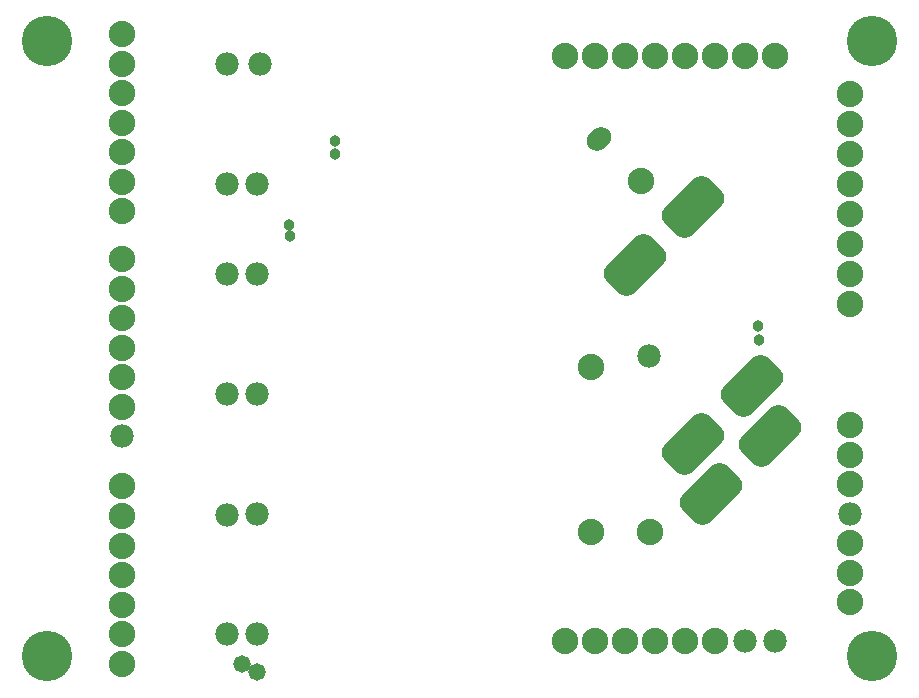
<source format=gbr>
%TF.GenerationSoftware,Altium Limited,Altium Designer,20.0.13 (296)*%
G04 Layer_Color=16711935*
%FSLAX45Y45*%
%MOMM*%
%TF.FileFunction,Soldermask,Bot*%
%TF.Part,Single*%
G01*
G75*
%TA.AperFunction,ComponentPad*%
%ADD82C,2.23520*%
%ADD83C,1.98120*%
G04:AMPARAMS|DCode=84|XSize=1.7272mm|YSize=2.2352mm|CornerRadius=0mm|HoleSize=0mm|Usage=FLASHONLY|Rotation=135.000|XOffset=0mm|YOffset=0mm|HoleType=Round|Shape=Round|*
%AMOVALD84*
21,1,0.50800,1.72720,0.00000,0.00000,225.0*
1,1,1.72720,0.17961,0.17961*
1,1,1.72720,-0.17961,-0.17961*
%
%ADD84OVALD84*%

G04:AMPARAMS|DCode=85|XSize=5.2832mm|YSize=3.2512mm|CornerRadius=0.8636mm|HoleSize=0mm|Usage=FLASHONLY|Rotation=45.000|XOffset=0mm|YOffset=0mm|HoleType=Round|Shape=RoundedRectangle|*
%AMROUNDEDRECTD85*
21,1,5.28320,1.52400,0,0,45.0*
21,1,3.55600,3.25120,0,0,45.0*
1,1,1.72720,1.79605,0.71842*
1,1,1.72720,-0.71842,-1.79605*
1,1,1.72720,-1.79605,-0.71842*
1,1,1.72720,0.71842,1.79605*
%
%ADD85ROUNDEDRECTD85*%
%TA.AperFunction,ViaPad*%
%ADD86C,4.26720*%
%ADD87C,0.96520*%
%ADD88C,1.47320*%
D82*
X8605894Y8102778D02*
D03*
X10795000Y6107995D02*
D03*
Y6357995D02*
D03*
Y6607995D02*
D03*
Y7107996D02*
D03*
Y7357996D02*
D03*
Y7607996D02*
D03*
X9024957Y9674703D02*
D03*
X4635500Y7088001D02*
D03*
Y6838001D02*
D03*
Y6588001D02*
D03*
Y6338000D02*
D03*
Y6088000D02*
D03*
Y5838000D02*
D03*
Y5588000D02*
D03*
Y9013800D02*
D03*
Y8763800D02*
D03*
Y8513800D02*
D03*
Y8263800D02*
D03*
Y8013799D02*
D03*
Y7763799D02*
D03*
Y10918800D02*
D03*
Y10668800D02*
D03*
Y10418800D02*
D03*
Y10168800D02*
D03*
Y9918799D02*
D03*
Y9668799D02*
D03*
Y9418799D02*
D03*
X9101900Y6705600D02*
D03*
X8601900D02*
D03*
X8382000Y10731500D02*
D03*
X8636000D02*
D03*
X8890000D02*
D03*
X9144000D02*
D03*
X9398000D02*
D03*
X9652000D02*
D03*
X9906000D02*
D03*
X10160000D02*
D03*
X9652000Y5778500D02*
D03*
X9398000D02*
D03*
X9144000D02*
D03*
X8890000D02*
D03*
X8636000D02*
D03*
X8382000D02*
D03*
X10795000Y10414000D02*
D03*
Y10160000D02*
D03*
Y9906000D02*
D03*
Y9652000D02*
D03*
Y9398000D02*
D03*
Y9144000D02*
D03*
Y8890000D02*
D03*
Y8636000D02*
D03*
D83*
X9098298Y8189602D02*
D03*
X10795000Y6857996D02*
D03*
X4635500Y7513799D02*
D03*
X5778500Y7870095D02*
D03*
X5524500D02*
D03*
Y6850380D02*
D03*
X5778500Y6858000D02*
D03*
Y9648095D02*
D03*
X5524500D02*
D03*
Y10664095D02*
D03*
X5803900D02*
D03*
X5524500Y8886095D02*
D03*
X5778500D02*
D03*
X5524500Y5842000D02*
D03*
X5778500D02*
D03*
X10160000Y5778500D02*
D03*
X9906000D02*
D03*
D84*
X8671403Y10028257D02*
D03*
D85*
X9625789Y7021689D02*
D03*
X10120764Y7516663D02*
D03*
X8975253Y8960013D02*
D03*
X9470227Y9454987D02*
D03*
X9473391Y7443991D02*
D03*
X9968365Y7938966D02*
D03*
D86*
X10985500Y5651500D02*
D03*
Y10858500D02*
D03*
X4000500D02*
D03*
Y5651500D02*
D03*
D87*
X10029966Y8328166D02*
D03*
X10018534Y8448530D02*
D03*
X6058421Y9212319D02*
D03*
X6045200Y9305283D02*
D03*
X6438900Y9906000D02*
D03*
Y10010846D02*
D03*
D88*
X5776778Y5518132D02*
D03*
X5649855Y5588005D02*
D03*
%TF.MD5,6bbb938ab46faf6bd67832899717cb73*%
M02*

</source>
